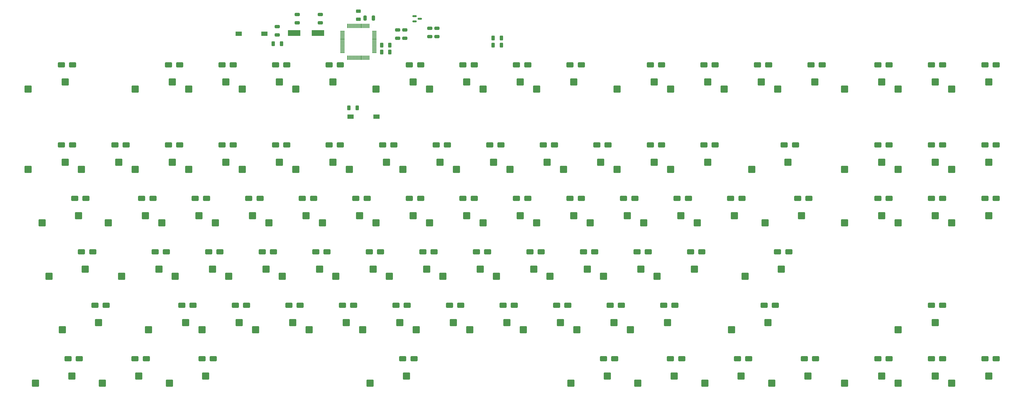
<source format=gbp>
G04 #@! TF.GenerationSoftware,KiCad,Pcbnew,7.0.2*
G04 #@! TF.CreationDate,2023-11-07T00:29:41+01:00*
G04 #@! TF.ProjectId,TKLTheSecond,544b4c54-6865-4536-9563-6f6e642e6b69,rev?*
G04 #@! TF.SameCoordinates,Original*
G04 #@! TF.FileFunction,Paste,Bot*
G04 #@! TF.FilePolarity,Positive*
%FSLAX46Y46*%
G04 Gerber Fmt 4.6, Leading zero omitted, Abs format (unit mm)*
G04 Created by KiCad (PCBNEW 7.0.2) date 2023-11-07 00:29:41*
%MOMM*%
%LPD*%
G01*
G04 APERTURE LIST*
G04 Aperture macros list*
%AMRoundRect*
0 Rectangle with rounded corners*
0 $1 Rounding radius*
0 $2 $3 $4 $5 $6 $7 $8 $9 X,Y pos of 4 corners*
0 Add a 4 corners polygon primitive as box body*
4,1,4,$2,$3,$4,$5,$6,$7,$8,$9,$2,$3,0*
0 Add four circle primitives for the rounded corners*
1,1,$1+$1,$2,$3*
1,1,$1+$1,$4,$5*
1,1,$1+$1,$6,$7*
1,1,$1+$1,$8,$9*
0 Add four rect primitives between the rounded corners*
20,1,$1+$1,$2,$3,$4,$5,0*
20,1,$1+$1,$4,$5,$6,$7,0*
20,1,$1+$1,$6,$7,$8,$9,0*
20,1,$1+$1,$8,$9,$2,$3,0*%
G04 Aperture macros list end*
%ADD10RoundRect,0.250000X1.025000X1.000000X-1.025000X1.000000X-1.025000X-1.000000X1.025000X-1.000000X0*%
%ADD11RoundRect,0.250000X1.000000X0.650000X-1.000000X0.650000X-1.000000X-0.650000X1.000000X-0.650000X0*%
%ADD12RoundRect,0.250000X-0.312500X-0.625000X0.312500X-0.625000X0.312500X0.625000X-0.312500X0.625000X0*%
%ADD13RoundRect,0.250000X-0.650000X0.325000X-0.650000X-0.325000X0.650000X-0.325000X0.650000X0.325000X0*%
%ADD14RoundRect,0.250000X0.650000X-0.325000X0.650000X0.325000X-0.650000X0.325000X-0.650000X-0.325000X0*%
%ADD15R,2.180000X1.600000*%
%ADD16RoundRect,0.075000X-0.700000X-0.075000X0.700000X-0.075000X0.700000X0.075000X-0.700000X0.075000X0*%
%ADD17RoundRect,0.075000X-0.075000X-0.700000X0.075000X-0.700000X0.075000X0.700000X-0.075000X0.700000X0*%
%ADD18R,4.500000X2.000000*%
%ADD19RoundRect,0.250000X0.625000X-0.312500X0.625000X0.312500X-0.625000X0.312500X-0.625000X-0.312500X0*%
%ADD20RoundRect,0.250000X0.325000X0.650000X-0.325000X0.650000X-0.325000X-0.650000X0.325000X-0.650000X0*%
%ADD21RoundRect,0.250000X0.312500X0.625000X-0.312500X0.625000X-0.312500X-0.625000X0.312500X-0.625000X0*%
%ADD22RoundRect,0.150000X-0.587500X-0.150000X0.587500X-0.150000X0.587500X0.150000X-0.587500X0.150000X0*%
G04 APERTURE END LIST*
D10*
X253623729Y-152717624D03*
X266855529Y-150177624D03*
X367923825Y-171767640D03*
X381155625Y-169227640D03*
X289647309Y-152717624D03*
X302574309Y-150177624D03*
X125036121Y-114617592D03*
X138267921Y-112077592D03*
X215523697Y-152717624D03*
X228755497Y-150177624D03*
X72648577Y-133667608D03*
X85880377Y-131127608D03*
X296791065Y-95567576D03*
X309718065Y-93027576D03*
X115511113Y-66992552D03*
X128742913Y-64452552D03*
X120273617Y-152717624D03*
X133505417Y-150177624D03*
X58341145Y-95567504D03*
X71572945Y-93027504D03*
X91698593Y-133667608D03*
X104930393Y-131127608D03*
X220286201Y-114617592D03*
X233518001Y-112077592D03*
X186948673Y-133667608D03*
X200180473Y-131127608D03*
X232477049Y-171767440D03*
X245404049Y-169227440D03*
X105986105Y-114617592D03*
X119217905Y-112077592D03*
X229811209Y-95567576D03*
X243043009Y-93027576D03*
X205998689Y-133667608D03*
X219230489Y-131127608D03*
X65789689Y-171767440D03*
X78716689Y-169227440D03*
X161039609Y-171767440D03*
X173966609Y-169227440D03*
X96461097Y-95567576D03*
X109692897Y-93027576D03*
X101223601Y-152717624D03*
X114455401Y-150177624D03*
X158373649Y-152717624D03*
X171605449Y-150177624D03*
X234573713Y-152717624D03*
X247805513Y-150177624D03*
X367923825Y-66992552D03*
X381155625Y-64452552D03*
X191711177Y-95567576D03*
X204942977Y-93027576D03*
X42016905Y-171767440D03*
X54943905Y-169227440D03*
X244098721Y-133667608D03*
X257330521Y-131127608D03*
X263148737Y-133667608D03*
X276380537Y-131127608D03*
X258386233Y-114617592D03*
X271618033Y-112077592D03*
X201236185Y-114617592D03*
X214467985Y-112077592D03*
X210761193Y-95567576D03*
X223992993Y-93027576D03*
X329823793Y-171767640D03*
X343055593Y-169227640D03*
X277436249Y-114617592D03*
X290668049Y-112077592D03*
X182186169Y-66992552D03*
X195417969Y-64452552D03*
X163136153Y-66992552D03*
X176367953Y-64452552D03*
X115511113Y-95567576D03*
X128742913Y-93027576D03*
X134561129Y-66992552D03*
X147792929Y-64452552D03*
X44378329Y-114617540D03*
X57305329Y-112077540D03*
X144086137Y-114617592D03*
X157317937Y-112077592D03*
X51522079Y-152717540D03*
X64449079Y-150177540D03*
X39311049Y-66992552D03*
X52542849Y-64452552D03*
X348873809Y-171767640D03*
X362105609Y-169227640D03*
X134561129Y-95567576D03*
X147792929Y-93027576D03*
X201236185Y-66992552D03*
X214467985Y-64452552D03*
X348873809Y-114617592D03*
X362105609Y-112077592D03*
X267911241Y-95567576D03*
X281143041Y-93027576D03*
X294409813Y-133667608D03*
X307336813Y-131127608D03*
X286961257Y-66992552D03*
X300193057Y-64452552D03*
X303914489Y-171767440D03*
X316841489Y-169227440D03*
X46759579Y-133667540D03*
X59686579Y-131127540D03*
X248861225Y-66992552D03*
X262093025Y-64452552D03*
X220286201Y-66992552D03*
X233518001Y-64452552D03*
X301553569Y-114617592D03*
X314480569Y-112077592D03*
X256289529Y-171767440D03*
X269216529Y-169227440D03*
X67886073Y-114617592D03*
X81117873Y-112077592D03*
X329823793Y-66992552D03*
X343055593Y-64452552D03*
X167898657Y-133667608D03*
X181130457Y-131127608D03*
X77411081Y-95567576D03*
X90642881Y-93027576D03*
X77411081Y-66992552D03*
X90642881Y-64452552D03*
X367923825Y-95567576D03*
X381155625Y-93027576D03*
X329823793Y-114617592D03*
X343055593Y-112077592D03*
X267911241Y-66992552D03*
X281143041Y-64452552D03*
X225048705Y-133667608D03*
X238280505Y-131127608D03*
X96461097Y-66992552D03*
X109692897Y-64452552D03*
X110748609Y-133667608D03*
X123980409Y-131127608D03*
X196473681Y-152717624D03*
X209705481Y-150177624D03*
X348873809Y-66992552D03*
X362105609Y-64452552D03*
X348873809Y-152717624D03*
X362105609Y-150177624D03*
X153611145Y-95567576D03*
X166842945Y-93027576D03*
X280102009Y-171767440D03*
X293029009Y-169227440D03*
X86936089Y-114617592D03*
X100167889Y-112077592D03*
X129798625Y-133667608D03*
X143030425Y-131127608D03*
X89602169Y-171767440D03*
X102529169Y-169227440D03*
X367923825Y-114617592D03*
X381155625Y-112077592D03*
X177423665Y-152717624D03*
X190655465Y-150177624D03*
X139323633Y-152717624D03*
X152555433Y-150177624D03*
X39311029Y-95567540D03*
X52542829Y-93027540D03*
X148848641Y-133667608D03*
X162080441Y-131127608D03*
X239336217Y-114617592D03*
X252568017Y-112077592D03*
X163136153Y-114617592D03*
X176367953Y-112077592D03*
X172661161Y-95567576D03*
X185892961Y-93027576D03*
X182186169Y-114617592D03*
X195417969Y-112077592D03*
X348873809Y-95567576D03*
X362105609Y-93027576D03*
X248861225Y-95567576D03*
X262093025Y-93027576D03*
X329823793Y-95567576D03*
X343055593Y-93027576D03*
X82173585Y-152717624D03*
X95405385Y-150177624D03*
X306011273Y-66992552D03*
X319243073Y-64452552D03*
D11*
X283797110Y-58340674D03*
X279797110Y-58340674D03*
X295703370Y-163115762D03*
X291703370Y-163115762D03*
X164734510Y-125015730D03*
X160734510Y-125015730D03*
D12*
X165141961Y-53797758D03*
X168066961Y-53797758D03*
D13*
X182245000Y-45310000D03*
X182245000Y-48260000D03*
D11*
X312372134Y-86915698D03*
X308372134Y-86915698D03*
X183784526Y-125015730D03*
X179784526Y-125015730D03*
D13*
X184785000Y-45310000D03*
X184785000Y-48260000D03*
D11*
X74246934Y-86915698D03*
X70246934Y-86915698D03*
X231409566Y-144065746D03*
X227409566Y-144065746D03*
D13*
X143325000Y-40435000D03*
X143325000Y-43385000D03*
D11*
X226647062Y-86915698D03*
X222647062Y-86915698D03*
X193309534Y-144065746D03*
X189309534Y-144065746D03*
X55196918Y-86915698D03*
X51196918Y-86915698D03*
X283797110Y-86915698D03*
X279797110Y-86915698D03*
X279034606Y-125015730D03*
X275034606Y-125015730D03*
X364759678Y-86915698D03*
X360759678Y-86915698D03*
D14*
X128016000Y-47703000D03*
X128016000Y-44753000D03*
D11*
X345709662Y-86915698D03*
X341709662Y-86915698D03*
D13*
X173355000Y-45945000D03*
X173355000Y-48895000D03*
D11*
X198072038Y-58340674D03*
X194072038Y-58340674D03*
X176640770Y-163115762D03*
X172640770Y-163115762D03*
X140921990Y-105965714D03*
X136921990Y-105965714D03*
X271890850Y-163115762D03*
X267890850Y-163115762D03*
X364759678Y-163115762D03*
X360759678Y-163115762D03*
X145684494Y-125015730D03*
X141684494Y-125015730D03*
X112346966Y-86915698D03*
X108346966Y-86915698D03*
X81390690Y-163115762D03*
X77390690Y-163115762D03*
X57578170Y-163115762D03*
X53578170Y-163115762D03*
D15*
X123444000Y-47244000D03*
X114264000Y-47244000D03*
X163274500Y-76835000D03*
X154094500Y-76835000D03*
D11*
X321897142Y-58340674D03*
X317897142Y-58340674D03*
X169497014Y-86915698D03*
X165497014Y-86915698D03*
X240934574Y-125015730D03*
X236934574Y-125015730D03*
X264747094Y-86915698D03*
X260747094Y-86915698D03*
D16*
X151170000Y-53915000D03*
X151170000Y-53415000D03*
X151170000Y-52915000D03*
X151170000Y-52415000D03*
X151170000Y-51915000D03*
X151170000Y-51415000D03*
X151170000Y-50915000D03*
X151170000Y-50415000D03*
X151170000Y-49915000D03*
X151170000Y-49415000D03*
X151170000Y-48915000D03*
X151170000Y-48415000D03*
X151170000Y-47915000D03*
X151170000Y-47415000D03*
X151170000Y-46915000D03*
X151170000Y-46415000D03*
D17*
X153095000Y-44490000D03*
X153595000Y-44490000D03*
X154095000Y-44490000D03*
X154595000Y-44490000D03*
X155095000Y-44490000D03*
X155595000Y-44490000D03*
X156095000Y-44490000D03*
X156595000Y-44490000D03*
X157095000Y-44490000D03*
X157595000Y-44490000D03*
X158095000Y-44490000D03*
X158595000Y-44490000D03*
X159095000Y-44490000D03*
X159595000Y-44490000D03*
X160095000Y-44490000D03*
X160595000Y-44490000D03*
D16*
X162520000Y-46415000D03*
X162520000Y-46915000D03*
X162520000Y-47415000D03*
X162520000Y-47915000D03*
X162520000Y-48415000D03*
X162520000Y-48915000D03*
X162520000Y-49415000D03*
X162520000Y-49915000D03*
X162520000Y-50415000D03*
X162520000Y-50915000D03*
X162520000Y-51415000D03*
X162520000Y-51915000D03*
X162520000Y-52415000D03*
X162520000Y-52915000D03*
X162520000Y-53415000D03*
X162520000Y-53915000D03*
D17*
X160595000Y-55840000D03*
X160095000Y-55840000D03*
X159595000Y-55840000D03*
X159095000Y-55840000D03*
X158595000Y-55840000D03*
X158095000Y-55840000D03*
X157595000Y-55840000D03*
X157095000Y-55840000D03*
X156595000Y-55840000D03*
X156095000Y-55840000D03*
X155595000Y-55840000D03*
X155095000Y-55840000D03*
X154595000Y-55840000D03*
X154095000Y-55840000D03*
X153595000Y-55840000D03*
X153095000Y-55840000D03*
D11*
X364759678Y-105965714D03*
X360759678Y-105965714D03*
X217122054Y-58340674D03*
X213122054Y-58340674D03*
X159972006Y-105965714D03*
X155972006Y-105965714D03*
D13*
X170815000Y-45945000D03*
X170815000Y-48895000D03*
D11*
X383809694Y-86915698D03*
X379809694Y-86915698D03*
X248078330Y-163115762D03*
X244078330Y-163115762D03*
X221884558Y-125015730D03*
X217884558Y-125015730D03*
D18*
X142495000Y-46990000D03*
X133995000Y-46990000D03*
D12*
X165155917Y-51299626D03*
X168080917Y-51299626D03*
D11*
X293322118Y-105965714D03*
X289322118Y-105965714D03*
X67103178Y-144065746D03*
X63103178Y-144065746D03*
X136159486Y-144065746D03*
X132159486Y-144065746D03*
X217122054Y-105965714D03*
X213122054Y-105965714D03*
X55196918Y-58340674D03*
X51196918Y-58340674D03*
D19*
X156845000Y-42102500D03*
X156845000Y-39177500D03*
D11*
X317134638Y-105965714D03*
X313134638Y-105965714D03*
X383809694Y-163115762D03*
X379809694Y-163115762D03*
X319515890Y-163115762D03*
X315515890Y-163115762D03*
X131396982Y-58340674D03*
X127396982Y-58340674D03*
X309990882Y-125015730D03*
X305990882Y-125015730D03*
X59959422Y-105965714D03*
X55959422Y-105965714D03*
X345709662Y-163115762D03*
X341709662Y-163115762D03*
D20*
X162181637Y-41658791D03*
X159231637Y-41658791D03*
D11*
X131396982Y-86915698D03*
X127396982Y-86915698D03*
X305228378Y-144065746D03*
X301228378Y-144065746D03*
X207597046Y-86915698D03*
X203597046Y-86915698D03*
X364759678Y-58340674D03*
X360759678Y-58340674D03*
X117109470Y-144065746D03*
X113109470Y-144065746D03*
X383809694Y-58340674D03*
X379809694Y-58340674D03*
X255222086Y-105965714D03*
X251222086Y-105965714D03*
X88534446Y-125015730D03*
X84534446Y-125015730D03*
X236172070Y-58340674D03*
X232172070Y-58340674D03*
X150446998Y-58340674D03*
X146446998Y-58340674D03*
X93296950Y-86915698D03*
X89296950Y-86915698D03*
X102821958Y-105965714D03*
X98821958Y-105965714D03*
X62340674Y-125015730D03*
X58340674Y-125015730D03*
X150446998Y-86915698D03*
X146446998Y-86915698D03*
D21*
X129478500Y-50800000D03*
X126553500Y-50800000D03*
D11*
X174259518Y-144065746D03*
X170259518Y-144065746D03*
X236172070Y-105965714D03*
X232172070Y-105965714D03*
X105203210Y-163115762D03*
X101203210Y-163115762D03*
X188547030Y-86915698D03*
X184547030Y-86915698D03*
X98059454Y-144065746D03*
X94059454Y-144065746D03*
X155209502Y-144065746D03*
X151209502Y-144065746D03*
X126634478Y-125015730D03*
X122634478Y-125015730D03*
X345709662Y-58340674D03*
X341709662Y-58340674D03*
X302847126Y-58340674D03*
X298847126Y-58340674D03*
X274272102Y-105965714D03*
X270272102Y-105965714D03*
D22*
X176862500Y-42860000D03*
X176862500Y-40960000D03*
X178737500Y-41910000D03*
D11*
X259984590Y-125015730D03*
X255984590Y-125015730D03*
X179022022Y-105965714D03*
X175022022Y-105965714D03*
X345709662Y-105965714D03*
X341709662Y-105965714D03*
D12*
X204785500Y-48768000D03*
X207710500Y-48768000D03*
D11*
X179022022Y-58340674D03*
X175022022Y-58340674D03*
X383809694Y-105965714D03*
X379809694Y-105965714D03*
X245697078Y-86915698D03*
X241697078Y-86915698D03*
X121871974Y-105965714D03*
X117871974Y-105965714D03*
X212359550Y-144065746D03*
X208359550Y-144065746D03*
X364759678Y-144065746D03*
X360759678Y-144065746D03*
X198072038Y-105965714D03*
X194072038Y-105965714D03*
X83771942Y-105965714D03*
X79771942Y-105965714D03*
D21*
X207710500Y-51308000D03*
X204785500Y-51308000D03*
D11*
X202834542Y-125015730D03*
X198834542Y-125015730D03*
X250459582Y-144065746D03*
X246459582Y-144065746D03*
D13*
X135070000Y-40435000D03*
X135070000Y-43385000D03*
D11*
X93296950Y-58340674D03*
X89296950Y-58340674D03*
D21*
X156402500Y-73660000D03*
X153477500Y-73660000D03*
D11*
X264747094Y-58340674D03*
X260747094Y-58340674D03*
X107584462Y-125015730D03*
X103584462Y-125015730D03*
X112346966Y-58340674D03*
X108346966Y-58340674D03*
X269509598Y-144065746D03*
X265509598Y-144065746D03*
M02*

</source>
